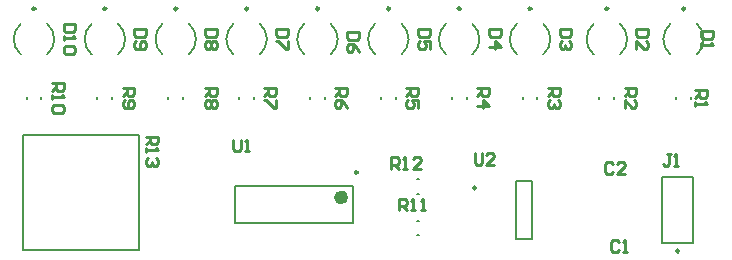
<source format=gto>
G04*
G04 #@! TF.GenerationSoftware,Altium Limited,Altium Designer,24.1.2 (44)*
G04*
G04 Layer_Color=65535*
%FSLAX44Y44*%
%MOMM*%
G71*
G04*
G04 #@! TF.SameCoordinates,D1532E8E-0FCC-4109-960E-C101D303889C*
G04*
G04*
G04 #@! TF.FilePolarity,Positive*
G04*
G01*
G75*
%ADD10C,0.2000*%
%ADD11C,0.2500*%
%ADD12C,0.6000*%
%ADD13C,0.2540*%
D10*
X563800Y203000D02*
G03*
X563800Y177000I11186J-13000D01*
G01*
X586200D02*
G03*
X586200Y203000I-11186J13000D01*
G01*
X498800D02*
G03*
X498800Y177000I11186J-13000D01*
G01*
X521200D02*
G03*
X521200Y203000I-11186J13000D01*
G01*
X433800D02*
G03*
X433800Y177000I11186J-13000D01*
G01*
X456200D02*
G03*
X456200Y203000I-11186J13000D01*
G01*
X373800D02*
G03*
X373800Y177000I11186J-13000D01*
G01*
X396200D02*
G03*
X396200Y203000I-11186J13000D01*
G01*
X313800D02*
G03*
X313800Y177000I11186J-13000D01*
G01*
X336200D02*
G03*
X336200Y203000I-11186J13000D01*
G01*
X253800D02*
G03*
X253800Y177000I11186J-13000D01*
G01*
X276200D02*
G03*
X276200Y203000I-11186J13000D01*
G01*
X193800D02*
G03*
X193800Y177000I11186J-13000D01*
G01*
X216200D02*
G03*
X216200Y203000I-11186J13000D01*
G01*
X133800D02*
G03*
X133800Y177000I11186J-13000D01*
G01*
X156200D02*
G03*
X156200Y203000I-11186J13000D01*
G01*
X73800D02*
G03*
X73800Y177000I11186J-13000D01*
G01*
X96200D02*
G03*
X96200Y203000I-11186J13000D01*
G01*
X13800D02*
G03*
X13800Y177000I11186J-13000D01*
G01*
X36200D02*
G03*
X36200Y203000I-11186J13000D01*
G01*
X349000Y36250D02*
X351000D01*
X349000Y23750D02*
X351000D01*
X113900Y11100D02*
Y108900D01*
X16100D02*
X113900D01*
X16100Y11100D02*
Y108900D01*
Y11100D02*
X113900D01*
X349000Y58750D02*
X351000D01*
X349000Y71250D02*
X351000D01*
X581250Y139000D02*
Y141000D01*
X568750Y139000D02*
Y141000D01*
X516250Y139000D02*
Y141000D01*
X503750Y139000D02*
Y141000D01*
X451250Y139000D02*
Y141000D01*
X438750Y139000D02*
Y141000D01*
X391250Y139000D02*
Y141000D01*
X378750Y139000D02*
Y141000D01*
X331250Y139000D02*
Y141000D01*
X318750Y139000D02*
Y141000D01*
X271250Y139000D02*
Y141000D01*
X258750Y139000D02*
Y141000D01*
X211250Y139000D02*
Y141000D01*
X198750Y139000D02*
Y141000D01*
X151250Y139000D02*
Y141000D01*
X138750Y139000D02*
Y141000D01*
X91250Y139000D02*
Y141000D01*
X78750Y139000D02*
Y141000D01*
X195000Y66000D02*
X295000D01*
X195000Y34000D02*
X295000D01*
Y66000D01*
X195000Y34000D02*
Y66000D01*
X31250Y139000D02*
Y141000D01*
X18750Y139000D02*
Y141000D01*
X433210Y20475D02*
Y69525D01*
Y20475D02*
X446790D01*
Y69525D01*
X433210D02*
X446790D01*
X556800Y17100D02*
X583200D01*
Y72900D01*
X556800D02*
X583200D01*
X556800Y17100D02*
Y72900D01*
D11*
X576250Y215750D02*
G03*
X576250Y215750I-1250J0D01*
G01*
X511250D02*
G03*
X511250Y215750I-1250J0D01*
G01*
X446250D02*
G03*
X446250Y215750I-1250J0D01*
G01*
X386250D02*
G03*
X386250Y215750I-1250J0D01*
G01*
X326250D02*
G03*
X326250Y215750I-1250J0D01*
G01*
X266250D02*
G03*
X266250Y215750I-1250J0D01*
G01*
X206250D02*
G03*
X206250Y215750I-1250J0D01*
G01*
X146250D02*
G03*
X146250Y215750I-1250J0D01*
G01*
X86250D02*
G03*
X86250Y215750I-1250J0D01*
G01*
X26250D02*
G03*
X26250Y215750I-1250J0D01*
G01*
X299200Y77250D02*
G03*
X299200Y77250I-1250J0D01*
G01*
X399268Y64050D02*
G03*
X399268Y64050I-1250J0D01*
G01*
X571250Y10750D02*
G03*
X571250Y10750I-1250J0D01*
G01*
D12*
X288000Y56000D02*
G03*
X288000Y56000I-3000J0D01*
G01*
D13*
X40002Y152496D02*
X49998D01*
Y147498D01*
X48332Y145831D01*
X45000D01*
X43334Y147498D01*
Y152496D01*
Y149164D02*
X40002Y145831D01*
Y142499D02*
Y139167D01*
Y140833D01*
X49998D01*
X48332Y142499D01*
Y134169D02*
X49998Y132502D01*
Y129170D01*
X48332Y127504D01*
X41668D01*
X40002Y129170D01*
Y132502D01*
X41668Y134169D01*
X48332D01*
X334170Y45002D02*
Y54998D01*
X339169D01*
X340835Y53332D01*
Y50000D01*
X339169Y48334D01*
X334170D01*
X337502D02*
X340835Y45002D01*
X344167D02*
X347499D01*
X345833D01*
Y54998D01*
X344167Y53332D01*
X352498Y45002D02*
X355830D01*
X354164D01*
Y54998D01*
X352498Y53332D01*
X520000Y18332D02*
X518334Y19998D01*
X515002D01*
X513335Y18332D01*
Y11668D01*
X515002Y10002D01*
X518334D01*
X520000Y11668D01*
X523332Y10002D02*
X526665D01*
X524998D01*
Y19998D01*
X523332Y18332D01*
X120002Y107496D02*
X129998D01*
Y102498D01*
X128332Y100831D01*
X125000D01*
X123334Y102498D01*
Y107496D01*
Y104164D02*
X120002Y100831D01*
Y97499D02*
Y94167D01*
Y95833D01*
X129998D01*
X128332Y97499D01*
Y89169D02*
X129998Y87502D01*
Y84170D01*
X128332Y82504D01*
X126666D01*
X125000Y84170D01*
Y85836D01*
Y84170D01*
X123334Y82504D01*
X121668D01*
X120002Y84170D01*
Y87502D01*
X121668Y89169D01*
X327504Y80002D02*
Y89998D01*
X332502D01*
X334169Y88332D01*
Y85000D01*
X332502Y83334D01*
X327504D01*
X330836D02*
X334169Y80002D01*
X337501D02*
X340833D01*
X339167D01*
Y89998D01*
X337501Y88332D01*
X352496Y80002D02*
X345831D01*
X352496Y86666D01*
Y88332D01*
X350830Y89998D01*
X347498D01*
X345831Y88332D01*
X599998Y196665D02*
X590002D01*
Y191666D01*
X591668Y190000D01*
X598332D01*
X599998Y191666D01*
Y196665D01*
X590002Y186668D02*
Y183335D01*
Y185002D01*
X599998D01*
X598332Y186668D01*
X544998Y198331D02*
X535002D01*
Y193332D01*
X536668Y191666D01*
X543332D01*
X544998Y193332D01*
Y198331D01*
X535002Y181669D02*
Y188334D01*
X541666Y181669D01*
X543332D01*
X544998Y183335D01*
Y186668D01*
X543332Y188334D01*
X479998Y198331D02*
X470002D01*
Y193332D01*
X471668Y191666D01*
X478332D01*
X479998Y193332D01*
Y198331D01*
X478332Y188334D02*
X479998Y186668D01*
Y183335D01*
X478332Y181669D01*
X476666D01*
X475000Y183335D01*
Y185002D01*
Y183335D01*
X473334Y181669D01*
X471668D01*
X470002Y183335D01*
Y186668D01*
X471668Y188334D01*
X419998Y198331D02*
X410002D01*
Y193332D01*
X411668Y191666D01*
X418332D01*
X419998Y193332D01*
Y198331D01*
X410002Y183335D02*
X419998D01*
X415000Y188334D01*
Y181669D01*
X359998Y198331D02*
X350002D01*
Y193332D01*
X351668Y191666D01*
X358332D01*
X359998Y193332D01*
Y198331D01*
Y181669D02*
Y188334D01*
X355000D01*
X356666Y185002D01*
Y183335D01*
X355000Y181669D01*
X351668D01*
X350002Y183335D01*
Y186668D01*
X351668Y188334D01*
X299998Y195631D02*
X290002D01*
Y190632D01*
X291668Y188966D01*
X298332D01*
X299998Y190632D01*
Y195631D01*
Y178969D02*
X298332Y182302D01*
X295000Y185634D01*
X291668D01*
X290002Y183968D01*
Y180635D01*
X291668Y178969D01*
X293334D01*
X295000Y180635D01*
Y185634D01*
X239998Y198331D02*
X230002D01*
Y193332D01*
X231668Y191666D01*
X238332D01*
X239998Y193332D01*
Y198331D01*
Y188334D02*
Y181669D01*
X238332D01*
X231668Y188334D01*
X230002D01*
X179998Y198331D02*
X170002D01*
Y193332D01*
X171668Y191666D01*
X178332D01*
X179998Y193332D01*
Y198331D01*
X178332Y188334D02*
X179998Y186668D01*
Y183335D01*
X178332Y181669D01*
X176666D01*
X175000Y183335D01*
X173334Y181669D01*
X171668D01*
X170002Y183335D01*
Y186668D01*
X171668Y188334D01*
X173334D01*
X175000Y186668D01*
X176666Y188334D01*
X178332D01*
X175000Y186668D02*
Y183335D01*
X119998Y198331D02*
X110002D01*
Y193332D01*
X111668Y191666D01*
X118332D01*
X119998Y193332D01*
Y198331D01*
X111668Y188334D02*
X110002Y186668D01*
Y183335D01*
X111668Y181669D01*
X118332D01*
X119998Y183335D01*
Y186668D01*
X118332Y188334D01*
X116666D01*
X115000Y186668D01*
Y181669D01*
X59998Y202496D02*
X50002D01*
Y197498D01*
X51668Y195831D01*
X58332D01*
X59998Y197498D01*
Y202496D01*
X50002Y192499D02*
Y189167D01*
Y190833D01*
X59998D01*
X58332Y192499D01*
Y184168D02*
X59998Y182502D01*
Y179170D01*
X58332Y177504D01*
X51668D01*
X50002Y179170D01*
Y182502D01*
X51668Y184168D01*
X58332D01*
X585002Y146664D02*
X594998D01*
Y141666D01*
X593332Y140000D01*
X590000D01*
X588334Y141666D01*
Y146664D01*
Y143332D02*
X585002Y140000D01*
Y136668D02*
Y133336D01*
Y135002D01*
X594998D01*
X593332Y136668D01*
X525002Y148331D02*
X534998D01*
Y143332D01*
X533332Y141666D01*
X530000D01*
X528334Y143332D01*
Y148331D01*
Y144998D02*
X525002Y141666D01*
Y131669D02*
Y138334D01*
X531666Y131669D01*
X533332D01*
X534998Y133336D01*
Y136668D01*
X533332Y138334D01*
X460002Y148331D02*
X469998D01*
Y143332D01*
X468332Y141666D01*
X465000D01*
X463334Y143332D01*
Y148331D01*
Y144998D02*
X460002Y141666D01*
X468332Y138334D02*
X469998Y136668D01*
Y133335D01*
X468332Y131669D01*
X466666D01*
X465000Y133335D01*
Y135002D01*
Y133335D01*
X463334Y131669D01*
X461668D01*
X460002Y133335D01*
Y136668D01*
X461668Y138334D01*
X400002Y148331D02*
X409998D01*
Y143332D01*
X408332Y141666D01*
X405000D01*
X403334Y143332D01*
Y148331D01*
Y144998D02*
X400002Y141666D01*
Y133335D02*
X409998D01*
X405000Y138334D01*
Y131669D01*
X340002Y148331D02*
X349998D01*
Y143332D01*
X348332Y141666D01*
X345000D01*
X343334Y143332D01*
Y148331D01*
Y144998D02*
X340002Y141666D01*
X349998Y131669D02*
Y138334D01*
X345000D01*
X346666Y135002D01*
Y133336D01*
X345000Y131669D01*
X341668D01*
X340002Y133336D01*
Y136668D01*
X341668Y138334D01*
X280002Y148331D02*
X289998D01*
Y143332D01*
X288332Y141666D01*
X285000D01*
X283334Y143332D01*
Y148331D01*
Y144998D02*
X280002Y141666D01*
X289998Y131669D02*
X288332Y135002D01*
X285000Y138334D01*
X281668D01*
X280002Y136668D01*
Y133335D01*
X281668Y131669D01*
X283334D01*
X285000Y133335D01*
Y138334D01*
X220002Y148331D02*
X229998D01*
Y143332D01*
X228332Y141666D01*
X225000D01*
X223334Y143332D01*
Y148331D01*
Y144998D02*
X220002Y141666D01*
X229998Y138334D02*
Y131669D01*
X228332D01*
X221668Y138334D01*
X220002D01*
X170002Y148331D02*
X179998D01*
Y143332D01*
X178332Y141666D01*
X175000D01*
X173334Y143332D01*
Y148331D01*
Y144998D02*
X170002Y141666D01*
X178332Y138334D02*
X179998Y136668D01*
Y133335D01*
X178332Y131669D01*
X176666D01*
X175000Y133335D01*
X173334Y131669D01*
X171668D01*
X170002Y133335D01*
Y136668D01*
X171668Y138334D01*
X173334D01*
X175000Y136668D01*
X176666Y138334D01*
X178332D01*
X175000Y136668D02*
Y133335D01*
X100002Y148331D02*
X109998D01*
Y143332D01*
X108332Y141666D01*
X105000D01*
X103334Y143332D01*
Y148331D01*
Y144998D02*
X100002Y141666D01*
X101668Y138334D02*
X100002Y136668D01*
Y133335D01*
X101668Y131669D01*
X108332D01*
X109998Y133335D01*
Y136668D01*
X108332Y138334D01*
X106666D01*
X105000Y136668D01*
Y131669D01*
X193335Y104998D02*
Y96668D01*
X195002Y95002D01*
X198334D01*
X200000Y96668D01*
Y104998D01*
X203332Y95002D02*
X206665D01*
X204998D01*
Y104998D01*
X203332Y103332D01*
X398004Y93231D02*
Y84900D01*
X399670Y83234D01*
X403002D01*
X404669Y84900D01*
Y93231D01*
X414665Y83234D02*
X408001D01*
X414665Y89899D01*
Y91565D01*
X412999Y93231D01*
X409667D01*
X408001Y91565D01*
X563927Y92469D02*
X560594D01*
X562260D01*
Y84138D01*
X560594Y82472D01*
X558928D01*
X557262Y84138D01*
X567259Y82472D02*
X570591D01*
X568925D01*
Y92469D01*
X567259Y90803D01*
X515412Y84199D02*
X513746Y85865D01*
X510414D01*
X508748Y84199D01*
Y77534D01*
X510414Y75868D01*
X513746D01*
X515412Y77534D01*
X525409Y75868D02*
X518745D01*
X525409Y82533D01*
Y84199D01*
X523743Y85865D01*
X520411D01*
X518745Y84199D01*
M02*

</source>
